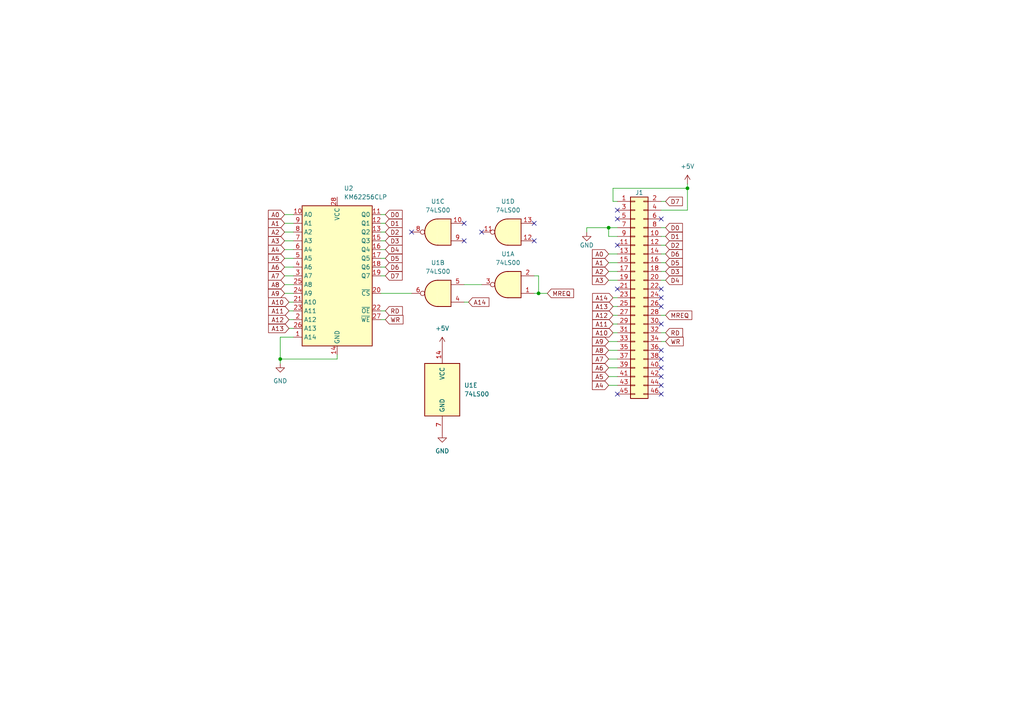
<source format=kicad_sch>
(kicad_sch (version 20230121) (generator eeschema)
  (paper "A4")
  (title_block (title "ZX80 ram expansion") (date "2023-12-18") (rev "1.0") (company "Eugene Chertikhin"))
  (lib_symbols
    (symbol "74xx:74LS00" (pin_names (offset 1.016))
      (property "Reference" "U" (at 0 1.27 0))
      (property "Value" "74LS00" (at 0 -1.27 0))
      (symbol "74LS00_1_1"
        (arc (start 0 -3.81) (mid 3.7934 0) (end 0 3.81) (stroke (width 0.254)) (fill (type background)))
        (polyline (pts (xy 0 3.81) (xy -3.81 3.81) (xy -3.81 -3.81) (xy 0 -3.81)) (stroke (width 0.254)) (fill (type background)))
        (pin input line (at -7.62 2.54 0) (length 3.81) (name "~") (number "1"))
        (pin input line (at -7.62 -2.54 0) (length 3.81) (name "~") (number "2"))
        (pin output inverted (at 7.62 0 180) (length 3.81) (name "~") (number "3"))
      )
      (symbol "74LS00_1_2"
        (arc (start -3.81 -3.81) (mid -2.589 0) (end -3.81 3.81) (stroke (width 0.254)))
        (arc (start -0.6096 -3.81) (mid 2.1842 -2.5851) (end 3.81 0) (stroke (width 0.254)) (fill (type background)))
        (polyline (pts (xy -3.81 -3.81) (xy -0.635 -3.81)) (stroke (width 0.254)) (fill (type background)))
        (polyline (pts (xy -3.81 3.81) (xy -0.635 3.81)) (stroke (width 0.254)) (fill (type background)))
        (polyline (pts (xy -0.635 3.81) (xy -3.81 3.81) (xy -3.81 3.81) (xy -3.556 3.4036) (xy -3.0226 2.2606) (xy -2.6924 1.0414) (xy -2.6162 -0.254) (xy -2.7686 -1.4986) (xy -3.175 -2.7178) (xy -3.81 -3.81) (xy -3.81 -3.81) (xy -0.635 -3.81)) (stroke (width -25.4)) (fill (type background)))
        (arc (start 3.81 0) (mid 2.1915 2.5936) (end -0.6096 3.81) (stroke (width 0.254)) (fill (type background)))
        (pin input inverted (at -7.62 2.54 0) (length 4.318) (name "~") (number "1"))
        (pin input inverted (at -7.62 -2.54 0) (length 4.318) (name "~") (number "2"))
        (pin output line (at 7.62 0 180) (length 3.81) (name "~") (number "3"))
      )
      (symbol "74LS00_2_1"
        (arc (start 0 -3.81) (mid 3.7934 0) (end 0 3.81) (stroke (width 0.254)) (fill (type background)))
        (polyline (pts (xy 0 3.81) (xy -3.81 3.81) (xy -3.81 -3.81) (xy 0 -3.81)) (stroke (width 0.254)) (fill (type background)))
        (pin input line (at -7.62 2.54 0) (length 3.81) (name "~") (number "4"))
        (pin input line (at -7.62 -2.54 0) (length 3.81) (name "~") (number "5"))
        (pin output inverted (at 7.62 0 180) (length 3.81) (name "~") (number "6"))
      )
      (symbol "74LS00_2_2"
        (arc (start -3.81 -3.81) (mid -2.589 0) (end -3.81 3.81) (stroke (width 0.254)))
        (arc (start -0.6096 -3.81) (mid 2.1842 -2.5851) (end 3.81 0) (stroke (width 0.254)) (fill (type background)))
        (polyline (pts (xy -3.81 -3.81) (xy -0.635 -3.81)) (stroke (width 0.254)) (fill (type background)))
        (polyline (pts (xy -3.81 3.81) (xy -0.635 3.81)) (stroke (width 0.254)) (fill (type background)))
        (polyline (pts (xy -0.635 3.81) (xy -3.81 3.81) (xy -3.81 3.81) (xy -3.556 3.4036) (xy -3.0226 2.2606) (xy -2.6924 1.0414) (xy -2.6162 -0.254) (xy -2.7686 -1.4986) (xy -3.175 -2.7178) (xy -3.81 -3.81) (xy -3.81 -3.81) (xy -0.635 -3.81)) (stroke (width -25.4)) (fill (type background)))
        (arc (start 3.81 0) (mid 2.1915 2.5936) (end -0.6096 3.81) (stroke (width 0.254)) (fill (type background)))
        (pin input inverted (at -7.62 2.54 0) (length 4.318) (name "~") (number "4"))
        (pin input inverted (at -7.62 -2.54 0) (length 4.318) (name "~") (number "5"))
        (pin output line (at 7.62 0 180) (length 3.81) (name "~") (number "6"))
      )
      (symbol "74LS00_3_1"
        (arc (start 0 -3.81) (mid 3.7934 0) (end 0 3.81) (stroke (width 0.254)) (fill (type background)))
        (polyline (pts (xy 0 3.81) (xy -3.81 3.81) (xy -3.81 -3.81) (xy 0 -3.81)) (stroke (width 0.254)) (fill (type background)))
        (pin input line (at -7.62 -2.54 0) (length 3.81) (name "~") (number "10"))
        (pin output inverted (at 7.62 0 180) (length 3.81) (name "~") (number "8"))
        (pin input line (at -7.62 2.54 0) (length 3.81) (name "~") (number "9"))
      )
      (symbol "74LS00_3_2"
        (arc (start -3.81 -3.81) (mid -2.589 0) (end -3.81 3.81) (stroke (width 0.254)))
        (arc (start -0.6096 -3.81) (mid 2.1842 -2.5851) (end 3.81 0) (stroke (width 0.254)) (fill (type background)))
        (polyline (pts (xy -3.81 -3.81) (xy -0.635 -3.81)) (stroke (width 0.254)) (fill (type background)))
        (polyline (pts (xy -3.81 3.81) (xy -0.635 3.81)) (stroke (width 0.254)) (fill (type background)))
        (polyline (pts (xy -0.635 3.81) (xy -3.81 3.81) (xy -3.81 3.81) (xy -3.556 3.4036) (xy -3.0226 2.2606) (xy -2.6924 1.0414) (xy -2.6162 -0.254) (xy -2.7686 -1.4986) (xy -3.175 -2.7178) (xy -3.81 -3.81) (xy -3.81 -3.81) (xy -0.635 -3.81)) (stroke (width -25.4)) (fill (type background)))
        (arc (start 3.81 0) (mid 2.1915 2.5936) (end -0.6096 3.81) (stroke (width 0.254)) (fill (type background)))
        (pin input inverted (at -7.62 -2.54 0) (length 4.318) (name "~") (number "10"))
        (pin output line (at 7.62 0 180) (length 3.81) (name "~") (number "8"))
        (pin input inverted (at -7.62 2.54 0) (length 4.318) (name "~") (number "9"))
      )
      (symbol "74LS00_4_1"
        (arc (start 0 -3.81) (mid 3.7934 0) (end 0 3.81) (stroke (width 0.254)) (fill (type background)))
        (polyline (pts (xy 0 3.81) (xy -3.81 3.81) (xy -3.81 -3.81) (xy 0 -3.81)) (stroke (width 0.254)) (fill (type background)))
        (pin output inverted (at 7.62 0 180) (length 3.81) (name "~") (number "11"))
        (pin input line (at -7.62 2.54 0) (length 3.81) (name "~") (number "12"))
        (pin input line (at -7.62 -2.54 0) (length 3.81) (name "~") (number "13"))
      )
      (symbol "74LS00_4_2"
        (arc (start -3.81 -3.81) (mid -2.589 0) (end -3.81 3.81) (stroke (width 0.254)))
        (arc (start -0.6096 -3.81) (mid 2.1842 -2.5851) (end 3.81 0) (stroke (width 0.254)) (fill (type background)))
        (polyline (pts (xy -3.81 -3.81) (xy -0.635 -3.81)) (stroke (width 0.254)) (fill (type background)))
        (polyline (pts (xy -3.81 3.81) (xy -0.635 3.81)) (stroke (width 0.254)) (fill (type background)))
        (polyline (pts (xy -0.635 3.81) (xy -3.81 3.81) (xy -3.81 3.81) (xy -3.556 3.4036) (xy -3.0226 2.2606) (xy -2.6924 1.0414) (xy -2.6162 -0.254) (xy -2.7686 -1.4986) (xy -3.175 -2.7178) (xy -3.81 -3.81) (xy -3.81 -3.81) (xy -0.635 -3.81)) (stroke (width -25.4)) (fill (type background)))
        (arc (start 3.81 0) (mid 2.1915 2.5936) (end -0.6096 3.81) (stroke (width 0.254)) (fill (type background)))
        (pin output line (at 7.62 0 180) (length 3.81) (name "~") (number "11"))
        (pin input inverted (at -7.62 2.54 0) (length 4.318) (name "~") (number "12"))
        (pin input inverted (at -7.62 -2.54 0) (length 4.318) (name "~") (number "13"))
      )
      (symbol "74LS00_5_0"
        (pin power_in line (at 0 12.7 270) (length 5.08) (name "VCC") (number "14"))
        (pin power_in line (at 0 -12.7 90) (length 5.08) (name "GND") (number "7"))
      )
      (symbol "74LS00_5_1"
        (rectangle (start -5.08 7.62) (end 5.08 -7.62) (stroke (width 0.254)) (fill (type background)))
      )
    )
    (symbol "Connector_Generic:Conn_02x23_Odd_Even" (pin_names (offset 1.016) hide)
      (property "Reference" "J" (at 1.27 30.48 0))
      (property "Value" "Conn_02x23_Odd_Even" (at 1.27 -30.48 0))
      (symbol "Conn_02x23_Odd_Even_1_1"
        (rectangle (start -1.27 -27.813) (end 0 -28.067) (stroke (width 0.1524)))
        (rectangle (start -1.27 -25.273) (end 0 -25.527) (stroke (width 0.1524)))
        (rectangle (start -1.27 -22.733) (end 0 -22.987) (stroke (width 0.1524)))
        (rectangle (start -1.27 -20.193) (end 0 -20.447) (stroke (width 0.1524)))
        (rectangle (start -1.27 -17.653) (end 0 -17.907) (stroke (width 0.1524)))
        (rectangle (start -1.27 -15.113) (end 0 -15.367) (stroke (width 0.1524)))
        (rectangle (start -1.27 -12.573) (end 0 -12.827) (stroke (width 0.1524)))
        (rectangle (start -1.27 -10.033) (end 0 -10.287) (stroke (width 0.1524)))
        (rectangle (start -1.27 -7.493) (end 0 -7.747) (stroke (width 0.1524)))
        (rectangle (start -1.27 -4.953) (end 0 -5.207) (stroke (width 0.1524)))
        (rectangle (start -1.27 -2.413) (end 0 -2.667) (stroke (width 0.1524)))
        (rectangle (start -1.27 0.127) (end 0 -0.127) (stroke (width 0.1524)))
        (rectangle (start -1.27 2.667) (end 0 2.413) (stroke (width 0.1524)))
        (rectangle (start -1.27 5.207) (end 0 4.953) (stroke (width 0.1524)))
        (rectangle (start -1.27 7.747) (end 0 7.493) (stroke (width 0.1524)))
        (rectangle (start -1.27 10.287) (end 0 10.033) (stroke (width 0.1524)))
        (rectangle (start -1.27 12.827) (end 0 12.573) (stroke (width 0.1524)))
        (rectangle (start -1.27 15.367) (end 0 15.113) (stroke (width 0.1524)))
        (rectangle (start -1.27 17.907) (end 0 17.653) (stroke (width 0.1524)))
        (rectangle (start -1.27 20.447) (end 0 20.193) (stroke (width 0.1524)))
        (rectangle (start -1.27 22.987) (end 0 22.733) (stroke (width 0.1524)))
        (rectangle (start -1.27 25.527) (end 0 25.273) (stroke (width 0.1524)))
        (rectangle (start -1.27 28.067) (end 0 27.813) (stroke (width 0.1524)))
        (rectangle (start -1.27 29.21) (end 3.81 -29.21) (stroke (width 0.254)) (fill (type background)))
        (rectangle (start 3.81 -27.813) (end 2.54 -28.067) (stroke (width 0.1524)))
        (rectangle (start 3.81 -25.273) (end 2.54 -25.527) (stroke (width 0.1524)))
        (rectangle (start 3.81 -22.733) (end 2.54 -22.987) (stroke (width 0.1524)))
        (rectangle (start 3.81 -20.193) (end 2.54 -20.447) (stroke (width 0.1524)))
        (rectangle (start 3.81 -17.653) (end 2.54 -17.907) (stroke (width 0.1524)))
        (rectangle (start 3.81 -15.113) (end 2.54 -15.367) (stroke (width 0.1524)))
        (rectangle (start 3.81 -12.573) (end 2.54 -12.827) (stroke (width 0.1524)))
        (rectangle (start 3.81 -10.033) (end 2.54 -10.287) (stroke (width 0.1524)))
        (rectangle (start 3.81 -7.493) (end 2.54 -7.747) (stroke (width 0.1524)))
        (rectangle (start 3.81 -4.953) (end 2.54 -5.207) (stroke (width 0.1524)))
        (rectangle (start 3.81 -2.413) (end 2.54 -2.667) (stroke (width 0.1524)))
        (rectangle (start 3.81 0.127) (end 2.54 -0.127) (stroke (width 0.1524)))
        (rectangle (start 3.81 2.667) (end 2.54 2.413) (stroke (width 0.1524)))
        (rectangle (start 3.81 5.207) (end 2.54 4.953) (stroke (width 0.1524)))
        (rectangle (start 3.81 7.747) (end 2.54 7.493) (stroke (width 0.1524)))
        (rectangle (start 3.81 10.287) (end 2.54 10.033) (stroke (width 0.1524)))
        (rectangle (start 3.81 12.827) (end 2.54 12.573) (stroke (width 0.1524)))
        (rectangle (start 3.81 15.367) (end 2.54 15.113) (stroke (width 0.1524)))
        (rectangle (start 3.81 17.907) (end 2.54 17.653) (stroke (width 0.1524)))
        (rectangle (start 3.81 20.447) (end 2.54 20.193) (stroke (width 0.1524)))
        (rectangle (start 3.81 22.987) (end 2.54 22.733) (stroke (width 0.1524)))
        (rectangle (start 3.81 25.527) (end 2.54 25.273) (stroke (width 0.1524)))
        (rectangle (start 3.81 28.067) (end 2.54 27.813) (stroke (width 0.1524)))
        (pin passive line (at -5.08 27.94 0) (length 3.81) (name "Pin_1") (number "1"))
        (pin passive line (at 7.62 17.78 180) (length 3.81) (name "Pin_10") (number "10"))
        (pin passive line (at -5.08 15.24 0) (length 3.81) (name "Pin_11") (number "11"))
        (pin passive line (at 7.62 15.24 180) (length 3.81) (name "Pin_12") (number "12"))
        (pin passive line (at -5.08 12.7 0) (length 3.81) (name "Pin_13") (number "13"))
        (pin passive line (at 7.62 12.7 180) (length 3.81) (name "Pin_14") (number "14"))
        (pin passive line (at -5.08 10.16 0) (length 3.81) (name "Pin_15") (number "15"))
        (pin passive line (at 7.62 10.16 180) (length 3.81) (name "Pin_16") (number "16"))
        (pin passive line (at -5.08 7.62 0) (length 3.81) (name "Pin_17") (number "17"))
        (pin passive line (at 7.62 7.62 180) (length 3.81) (name "Pin_18") (number "18"))
        (pin passive line (at -5.08 5.08 0) (length 3.81) (name "Pin_19") (number "19"))
        (pin passive line (at 7.62 27.94 180) (length 3.81) (name "Pin_2") (number "2"))
        (pin passive line (at 7.62 5.08 180) (length 3.81) (name "Pin_20") (number "20"))
        (pin passive line (at -5.08 2.54 0) (length 3.81) (name "Pin_21") (number "21"))
        (pin passive line (at 7.62 2.54 180) (length 3.81) (name "Pin_22") (number "22"))
        (pin passive line (at -5.08 0 0) (length 3.81) (name "Pin_23") (number "23"))
        (pin passive line (at 7.62 0 180) (length 3.81) (name "Pin_24") (number "24"))
        (pin passive line (at -5.08 -2.54 0) (length 3.81) (name "Pin_25") (number "25"))
        (pin passive line (at 7.62 -2.54 180) (length 3.81) (name "Pin_26") (number "26"))
        (pin passive line (at -5.08 -5.08 0) (length 3.81) (name "Pin_27") (number "27"))
        (pin passive line (at 7.62 -5.08 180) (length 3.81) (name "Pin_28") (number "28"))
        (pin passive line (at -5.08 -7.62 0) (length 3.81) (name "Pin_29") (number "29"))
        (pin passive line (at -5.08 25.4 0) (length 3.81) (name "Pin_3") (number "3"))
        (pin passive line (at 7.62 -7.62 180) (length 3.81) (name "Pin_30") (number "30"))
        (pin passive line (at -5.08 -10.16 0) (length 3.81) (name "Pin_31") (number "31"))
        (pin passive line (at 7.62 -10.16 180) (length 3.81) (name "Pin_32") (number "32"))
        (pin passive line (at -5.08 -12.7 0) (length 3.81) (name "Pin_33") (number "33"))
        (pin passive line (at 7.62 -12.7 180) (length 3.81) (name "Pin_34") (number "34"))
        (pin passive line (at -5.08 -15.24 0) (length 3.81) (name "Pin_35") (number "35"))
        (pin passive line (at 7.62 -15.24 180) (length 3.81) (name "Pin_36") (number "36"))
        (pin passive line (at -5.08 -17.78 0) (length 3.81) (name "Pin_37") (number "37"))
        (pin passive line (at 7.62 -17.78 180) (length 3.81) (name "Pin_38") (number "38"))
        (pin passive line (at -5.08 -20.32 0) (length 3.81) (name "Pin_39") (number "39"))
        (pin passive line (at 7.62 25.4 180) (length 3.81) (name "Pin_4") (number "4"))
        (pin passive line (at 7.62 -20.32 180) (length 3.81) (name "Pin_40") (number "40"))
        (pin passive line (at -5.08 -22.86 0) (length 3.81) (name "Pin_41") (number "41"))
        (pin passive line (at 7.62 -22.86 180) (length 3.81) (name "Pin_42") (number "42"))
        (pin passive line (at -5.08 -25.4 0) (length 3.81) (name "Pin_43") (number "43"))
        (pin passive line (at 7.62 -25.4 180) (length 3.81) (name "Pin_44") (number "44"))
        (pin passive line (at -5.08 -27.94 0) (length 3.81) (name "Pin_45") (number "45"))
        (pin passive line (at 7.62 -27.94 180) (length 3.81) (name "Pin_46") (number "46"))
        (pin passive line (at -5.08 22.86 0) (length 3.81) (name "Pin_5") (number "5"))
        (pin passive line (at 7.62 22.86 180) (length 3.81) (name "Pin_6") (number "6"))
        (pin passive line (at -5.08 20.32 0) (length 3.81) (name "Pin_7") (number "7"))
        (pin passive line (at 7.62 20.32 180) (length 3.81) (name "Pin_8") (number "8"))
        (pin passive line (at -5.08 17.78 0) (length 3.81) (name "Pin_9") (number "9"))
      )
    )
    (symbol "Memory_RAM:KM62256CLP"
      (property "Reference" "U" (at -10.16 20.955 0))
      (property "Value" "KM62256CLP" (at 2.54 20.955 0))
      (symbol "KM62256CLP_0_0"
        (pin power_in line (at 0 -22.86 90) (length 2.54) (name "GND") (number "14"))
        (pin power_in line (at 0 22.86 270) (length 2.54) (name "VCC") (number "28"))
      )
      (symbol "KM62256CLP_0_1"
        (rectangle (start -10.16 20.32) (end 10.16 -20.32) (stroke (width 0.254)) (fill (type background)))
      )
      (symbol "KM62256CLP_1_1"
        (pin input line (at -12.7 -17.78 0) (length 2.54) (name "A14") (number "1"))
        (pin input line (at -12.7 17.78 0) (length 2.54) (name "A0") (number "10"))
        (pin tri_state line (at 12.7 17.78 180) (length 2.54) (name "Q0") (number "11"))
        (pin tri_state line (at 12.7 15.24 180) (length 2.54) (name "Q1") (number "12"))
        (pin tri_state line (at 12.7 12.7 180) (length 2.54) (name "Q2") (number "13"))
        (pin tri_state line (at 12.7 10.16 180) (length 2.54) (name "Q3") (number "15"))
        (pin tri_state line (at 12.7 7.62 180) (length 2.54) (name "Q4") (number "16"))
        (pin tri_state line (at 12.7 5.08 180) (length 2.54) (name "Q5") (number "17"))
        (pin tri_state line (at 12.7 2.54 180) (length 2.54) (name "Q6") (number "18"))
        (pin tri_state line (at 12.7 0 180) (length 2.54) (name "Q7") (number "19"))
        (pin input line (at -12.7 -12.7 0) (length 2.54) (name "A12") (number "2"))
        (pin input line (at 12.7 -5.08 180) (length 2.54) (name "~{CS}") (number "20"))
        (pin input line (at -12.7 -7.62 0) (length 2.54) (name "A10") (number "21"))
        (pin input line (at 12.7 -10.16 180) (length 2.54) (name "~{OE}") (number "22"))
        (pin input line (at -12.7 -10.16 0) (length 2.54) (name "A11") (number "23"))
        (pin input line (at -12.7 -5.08 0) (length 2.54) (name "A9") (number "24"))
        (pin input line (at -12.7 -2.54 0) (length 2.54) (name "A8") (number "25"))
        (pin input line (at -12.7 -15.24 0) (length 2.54) (name "A13") (number "26"))
        (pin input line (at 12.7 -12.7 180) (length 2.54) (name "~{WE}") (number "27"))
        (pin input line (at -12.7 0 0) (length 2.54) (name "A7") (number "3"))
        (pin input line (at -12.7 2.54 0) (length 2.54) (name "A6") (number "4"))
        (pin input line (at -12.7 5.08 0) (length 2.54) (name "A5") (number "5"))
        (pin input line (at -12.7 7.62 0) (length 2.54) (name "A4") (number "6"))
        (pin input line (at -12.7 10.16 0) (length 2.54) (name "A3") (number "7"))
        (pin input line (at -12.7 12.7 0) (length 2.54) (name "A2") (number "8"))
        (pin input line (at -12.7 15.24 0) (length 2.54) (name "A1") (number "9"))
      )
    )
    (symbol "power:+5V" (power) (pin_names (offset 0))
      (property "Value" "+5V" (at 0 3.556 0))
      (symbol "+5V_0_1"
        (polyline (pts (xy -0.762 1.27) (xy 0 2.54)))
        (polyline (pts (xy 0 0) (xy 0 2.54)))
        (polyline (pts (xy 0 2.54) (xy 0.762 1.27)))
      )
      (symbol "+5V_1_1"
        (pin power_in line (at 0 0 90) (length 0) hide (name "+5V") (number "1"))
      )
    )
    (symbol "power:GND" (power) (pin_names (offset 0))
      (property "Value" "GND" (at 0 -3.81 0))
      (symbol "GND_0_1"
        (polyline (pts (xy 0 0) (xy 0 -1.27) (xy 1.27 -1.27) (xy 0 -2.54) (xy -1.27 -1.27) (xy 0 -1.27)))
      )
      (symbol "GND_1_1"
        (pin power_in line (at 0 0 270) (length 0) hide (name "GND") (number "1"))
      )
    )
  )
  (junction (at 176.53 66.04))
  (junction (at 156.21 85.09))
  (junction (at 81.28 104.14))
  (junction (at 199.39 54.61))
  (no_connect (at 179.07 71.12))
  (no_connect (at 179.07 83.82))
  (no_connect (at 191.77 101.6))
  (no_connect (at 191.77 63.5))
  (no_connect (at 179.07 63.5))
  (no_connect (at 134.62 69.85))
  (no_connect (at 134.62 64.77))
  (no_connect (at 191.77 106.68))
  (no_connect (at 191.77 88.9))
  (no_connect (at 154.94 69.85))
  (no_connect (at 179.07 114.3))
  (no_connect (at 191.77 104.14))
  (no_connect (at 191.77 93.98))
  (no_connect (at 119.38 67.31))
  (no_connect (at 191.77 83.82))
  (no_connect (at 191.77 111.76))
  (no_connect (at 179.07 60.96))
  (no_connect (at 154.94 64.77))
  (no_connect (at 191.77 109.22))
  (no_connect (at 191.77 114.3))
  (no_connect (at 139.7 67.31))
  (no_connect (at 191.77 86.36))
  (wire (pts (xy 135.89 87.63) (xy 134.62 87.63)))
  (wire (pts (xy 193.04 81.28) (xy 191.77 81.28)))
  (wire (pts (xy 177.8 93.98) (xy 179.07 93.98)))
  (wire (pts (xy 176.53 101.6) (xy 179.07 101.6)))
  (wire (pts (xy 81.28 97.79) (xy 85.09 97.79)))
  (wire (pts (xy 199.39 54.61) (xy 199.39 60.96)))
  (wire (pts (xy 110.49 69.85) (xy 111.76 69.85)))
  (wire (pts (xy 170.18 66.04) (xy 170.18 67.31)))
  (wire (pts (xy 83.82 90.17) (xy 85.09 90.17)))
  (wire (pts (xy 177.8 58.42) (xy 177.8 54.61)))
  (wire (pts (xy 199.39 53.34) (xy 199.39 54.61)))
  (wire (pts (xy 82.55 67.31) (xy 85.09 67.31)))
  (wire (pts (xy 154.94 85.09) (xy 156.21 85.09)))
  (wire (pts (xy 193.04 73.66) (xy 191.77 73.66)))
  (wire (pts (xy 111.76 92.71) (xy 110.49 92.71)))
  (wire (pts (xy 154.94 80.01) (xy 156.21 80.01)))
  (wire (pts (xy 110.49 62.23) (xy 111.76 62.23)))
  (wire (pts (xy 110.49 80.01) (xy 111.76 80.01)))
  (wire (pts (xy 193.04 66.04) (xy 191.77 66.04)))
  (wire (pts (xy 176.53 111.76) (xy 179.07 111.76)))
  (wire (pts (xy 82.55 85.09) (xy 85.09 85.09)))
  (wire (pts (xy 110.49 72.39) (xy 111.76 72.39)))
  (wire (pts (xy 83.82 87.63) (xy 85.09 87.63)))
  (wire (pts (xy 110.49 74.93) (xy 111.76 74.93)))
  (wire (pts (xy 82.55 80.01) (xy 85.09 80.01)))
  (wire (pts (xy 177.8 54.61) (xy 199.39 54.61)))
  (wire (pts (xy 82.55 62.23) (xy 85.09 62.23)))
  (wire (pts (xy 199.39 60.96) (xy 191.77 60.96)))
  (wire (pts (xy 193.04 68.58) (xy 191.77 68.58)))
  (wire (pts (xy 193.04 96.52) (xy 191.77 96.52)))
  (wire (pts (xy 177.8 96.52) (xy 179.07 96.52)))
  (wire (pts (xy 83.82 95.25) (xy 85.09 95.25)))
  (wire (pts (xy 176.53 68.58) (xy 176.53 66.04)))
  (wire (pts (xy 82.55 82.55) (xy 85.09 82.55)))
  (wire (pts (xy 177.8 88.9) (xy 179.07 88.9)))
  (wire (pts (xy 110.49 85.09) (xy 119.38 85.09)))
  (wire (pts (xy 193.04 99.06) (xy 191.77 99.06)))
  (wire (pts (xy 176.53 109.22) (xy 179.07 109.22)))
  (wire (pts (xy 176.53 106.68) (xy 179.07 106.68)))
  (wire (pts (xy 110.49 77.47) (xy 111.76 77.47)))
  (wire (pts (xy 193.04 71.12) (xy 191.77 71.12)))
  (wire (pts (xy 82.55 64.77) (xy 85.09 64.77)))
  (wire (pts (xy 110.49 64.77) (xy 111.76 64.77)))
  (wire (pts (xy 134.62 82.55) (xy 139.7 82.55)))
  (wire (pts (xy 176.53 81.28) (xy 179.07 81.28)))
  (wire (pts (xy 179.07 68.58) (xy 176.53 68.58)))
  (wire (pts (xy 82.55 77.47) (xy 85.09 77.47)))
  (wire (pts (xy 156.21 80.01) (xy 156.21 85.09)))
  (wire (pts (xy 176.53 99.06) (xy 179.07 99.06)))
  (wire (pts (xy 83.82 92.71) (xy 85.09 92.71)))
  (wire (pts (xy 177.8 86.36) (xy 179.07 86.36)))
  (wire (pts (xy 193.04 58.42) (xy 191.77 58.42)))
  (wire (pts (xy 156.21 85.09) (xy 158.75 85.09)))
  (wire (pts (xy 193.04 91.44) (xy 191.77 91.44)))
  (wire (pts (xy 193.04 78.74) (xy 191.77 78.74)))
  (wire (pts (xy 193.04 76.2) (xy 191.77 76.2)))
  (wire (pts (xy 97.79 104.14) (xy 97.79 102.87)))
  (wire (pts (xy 176.53 76.2) (xy 179.07 76.2)))
  (wire (pts (xy 176.53 66.04) (xy 170.18 66.04)))
  (wire (pts (xy 176.53 104.14) (xy 179.07 104.14)))
  (wire (pts (xy 82.55 72.39) (xy 85.09 72.39)))
  (wire (pts (xy 110.49 67.31) (xy 111.76 67.31)))
  (wire (pts (xy 176.53 78.74) (xy 179.07 78.74)))
  (wire (pts (xy 82.55 74.93) (xy 85.09 74.93)))
  (wire (pts (xy 81.28 105.41) (xy 81.28 104.14)))
  (wire (pts (xy 179.07 66.04) (xy 176.53 66.04)))
  (wire (pts (xy 179.07 58.42) (xy 177.8 58.42)))
  (wire (pts (xy 177.8 91.44) (xy 179.07 91.44)))
  (wire (pts (xy 81.28 104.14) (xy 97.79 104.14)))
  (wire (pts (xy 111.76 90.17) (xy 110.49 90.17)))
  (wire (pts (xy 176.53 73.66) (xy 179.07 73.66)))
  (wire (pts (xy 82.55 69.85) (xy 85.09 69.85)))
  (wire (pts (xy 81.28 97.79) (xy 81.28 104.14)))
  (global_label "A2" (shape input) (at 82.55 67.31 180) (property "Intersheetrefs" "${INTERSHEET_REFS}" (effects hide)))
  (global_label "D5" (shape input) (at 193.04 76.2 0) (property "Intersheetrefs" "${INTERSHEET_REFS}" (effects hide)))
  (global_label "A14" (shape input) (at 177.8 86.36 180) (property "Intersheetrefs" "${INTERSHEET_REFS}" (effects hide)))
  (global_label "A1" (shape input) (at 82.55 64.77 180) (property "Intersheetrefs" "${INTERSHEET_REFS}" (effects hide)))
  (global_label "D1" (shape input) (at 111.76 64.77 0) (property "Intersheetrefs" "${INTERSHEET_REFS}" (effects hide)))
  (global_label "A11" (shape input) (at 83.82 90.17 180) (property "Intersheetrefs" "${INTERSHEET_REFS}" (effects hide)))
  (global_label "A6" (shape input) (at 176.53 106.68 180) (property "Intersheetrefs" "${INTERSHEET_REFS}" (effects hide)))
  (global_label "D4" (shape input) (at 193.04 81.28 0) (property "Intersheetrefs" "${INTERSHEET_REFS}" (effects hide)))
  (global_label "D7" (shape input) (at 111.76 80.01 0) (property "Intersheetrefs" "${INTERSHEET_REFS}" (effects hide)))
  (global_label "A6" (shape input) (at 82.55 77.47 180) (property "Intersheetrefs" "${INTERSHEET_REFS}" (effects hide)))
  (global_label "D3" (shape input) (at 193.04 78.74 0) (property "Intersheetrefs" "${INTERSHEET_REFS}" (effects hide)))
  (global_label "A3" (shape input) (at 82.55 69.85 180) (property "Intersheetrefs" "${INTERSHEET_REFS}" (effects hide)))
  (global_label "A10" (shape input) (at 83.82 87.63 180) (property "Intersheetrefs" "${INTERSHEET_REFS}" (effects hide)))
  (global_label "A9" (shape input) (at 82.55 85.09 180) (property "Intersheetrefs" "${INTERSHEET_REFS}" (effects hide)))
  (global_label "A12" (shape input) (at 83.82 92.71 180) (property "Intersheetrefs" "${INTERSHEET_REFS}" (effects hide)))
  (global_label "A4" (shape input) (at 82.55 72.39 180) (property "Intersheetrefs" "${INTERSHEET_REFS}" (effects hide)))
  (global_label "D2" (shape input) (at 111.76 67.31 0) (property "Intersheetrefs" "${INTERSHEET_REFS}" (effects hide)))
  (global_label "A0" (shape input) (at 82.55 62.23 180) (property "Intersheetrefs" "${INTERSHEET_REFS}" (effects hide)))
  (global_label "A8" (shape input) (at 176.53 101.6 180) (property "Intersheetrefs" "${INTERSHEET_REFS}" (effects hide)))
  (global_label "WR" (shape input) (at 111.76 92.71 0) (property "Intersheetrefs" "${INTERSHEET_REFS}" (effects hide)))
  (global_label "WR" (shape input) (at 193.04 99.06 0) (property "Intersheetrefs" "${INTERSHEET_REFS}" (effects hide)))
  (global_label "RD" (shape input) (at 193.04 96.52 0) (property "Intersheetrefs" "${INTERSHEET_REFS}" (effects hide)))
  (global_label "D0" (shape input) (at 193.04 66.04 0) (property "Intersheetrefs" "${INTERSHEET_REFS}" (effects hide)))
  (global_label "A4" (shape input) (at 176.53 111.76 180) (property "Intersheetrefs" "${INTERSHEET_REFS}" (effects hide)))
  (global_label "A13" (shape input) (at 83.82 95.25 180) (property "Intersheetrefs" "${INTERSHEET_REFS}" (effects hide)))
  (global_label "D1" (shape input) (at 193.04 68.58 0) (property "Intersheetrefs" "${INTERSHEET_REFS}" (effects hide)))
  (global_label "A1" (shape input) (at 176.53 76.2 180) (property "Intersheetrefs" "${INTERSHEET_REFS}" (effects hide)))
  (global_label "MREQ" (shape input) (at 158.75 85.09 0) (property "Intersheetrefs" "${INTERSHEET_REFS}" (effects hide)))
  (global_label "D5" (shape input) (at 111.76 74.93 0) (property "Intersheetrefs" "${INTERSHEET_REFS}" (effects hide)))
  (global_label "A0" (shape input) (at 176.53 73.66 180) (property "Intersheetrefs" "${INTERSHEET_REFS}" (effects hide)))
  (global_label "RD" (shape input) (at 111.76 90.17 0) (property "Intersheetrefs" "${INTERSHEET_REFS}" (effects hide)))
  (global_label "A12" (shape input) (at 177.8 91.44 180) (property "Intersheetrefs" "${INTERSHEET_REFS}" (effects hide)))
  (global_label "A13" (shape input) (at 177.8 88.9 180) (property "Intersheetrefs" "${INTERSHEET_REFS}" (effects hide)))
  (global_label "A2" (shape input) (at 176.53 78.74 180) (property "Intersheetrefs" "${INTERSHEET_REFS}" (effects hide)))
  (global_label "D6" (shape input) (at 193.04 73.66 0) (property "Intersheetrefs" "${INTERSHEET_REFS}" (effects hide)))
  (global_label "A9" (shape input) (at 176.53 99.06 180) (property "Intersheetrefs" "${INTERSHEET_REFS}" (effects hide)))
  (global_label "A8" (shape input) (at 82.55 82.55 180) (property "Intersheetrefs" "${INTERSHEET_REFS}" (effects hide)))
  (global_label "A7" (shape input) (at 176.53 104.14 180) (property "Intersheetrefs" "${INTERSHEET_REFS}" (effects hide)))
  (global_label "A10" (shape input) (at 177.8 96.52 180) (property "Intersheetrefs" "${INTERSHEET_REFS}" (effects hide)))
  (global_label "A14" (shape input) (at 135.89 87.63 0) (property "Intersheetrefs" "${INTERSHEET_REFS}" (effects hide)))
  (global_label "A7" (shape input) (at 82.55 80.01 180) (property "Intersheetrefs" "${INTERSHEET_REFS}" (effects hide)))
  (global_label "D4" (shape input) (at 111.76 72.39 0) (property "Intersheetrefs" "${INTERSHEET_REFS}" (effects hide)))
  (global_label "D7" (shape input) (at 193.04 58.42 0) (property "Intersheetrefs" "${INTERSHEET_REFS}" (effects hide)))
  (global_label "MREQ" (shape input) (at 193.04 91.44 0) (property "Intersheetrefs" "${INTERSHEET_REFS}" (effects hide)))
  (global_label "A11" (shape input) (at 177.8 93.98 180) (property "Intersheetrefs" "${INTERSHEET_REFS}" (effects hide)))
  (global_label "D0" (shape input) (at 111.76 62.23 0) (property "Intersheetrefs" "${INTERSHEET_REFS}" (effects hide)))
  (global_label "A5" (shape input) (at 176.53 109.22 180) (property "Intersheetrefs" "${INTERSHEET_REFS}" (effects hide)))
  (global_label "A3" (shape input) (at 176.53 81.28 180) (property "Intersheetrefs" "${INTERSHEET_REFS}" (effects hide)))
  (global_label "D6" (shape input) (at 111.76 77.47 0) (property "Intersheetrefs" "${INTERSHEET_REFS}" (effects hide)))
  (global_label "D3" (shape input) (at 111.76 69.85 0) (property "Intersheetrefs" "${INTERSHEET_REFS}" (effects hide)))
  (global_label "D2" (shape input) (at 193.04 71.12 0) (property "Intersheetrefs" "${INTERSHEET_REFS}" (effects hide)))
  (global_label "A5" (shape input) (at 82.55 74.93 180) (property "Intersheetrefs" "${INTERSHEET_REFS}" (effects hide)))
  (symbol (lib_id "74xx:74LS00") (at 147.32 82.55 180) (unit 1)
    (property "Reference" "U1" (at 147.3283 73.66 0))
    (property "Value" "74LS00" (at 147.3283 76.2 0))
    (property "Footprint" "Package_DIP:DIP-14_W7.62mm_LongPads" (effects hide))
    (property "Datasheet" "http://www.ti.com/lit/gpn/sn74ls00" (effects hide))
  )
  (symbol (lib_id "power:GND") (at 170.18 67.31 0) (unit 1)
    (property "Reference" "#PWR03" (effects hide))
    (property "Value" "GND" (at 170.18 71.12 0))
  )
  (symbol (lib_id "Memory_RAM:KM62256CLP") (at 97.79 80.01 0) (unit 1)
    (property "Reference" "U2" (at 99.7459 54.61 0) (effects (justify left)))
    (property "Value" "KM62256CLP" (at 99.7459 57.15 0) (effects (justify left)))
    (property "Footprint" "Package_DIP:DIP-28_W15.24mm" (effects hide))
    (property "Datasheet" "https://www.futurlec.com/Datasheet/Memory/62256.pdf" (effects hide))
  )
  (symbol (lib_id "power:GND") (at 81.28 105.41 0) (unit 1)
    (property "Reference" "#PWR01" (effects hide))
    (property "Value" "GND" (at 81.28 110.49 0))
  )
  (symbol (lib_id "power:+5V") (at 199.39 53.34 0) (unit 1)
    (property "Reference" "#PWR02" (effects hide))
    (property "Value" "+5V" (at 199.39 48.26 0))
  )
  (symbol (lib_id "74xx:74LS00") (at 128.27 113.03 0) (unit 5)
    (property "Reference" "U1" (at 134.62 111.76 0) (effects (justify left)))
    (property "Value" "74LS00" (at 134.62 114.3 0) (effects (justify left)))
    (property "Datasheet" "http://www.ti.com/lit/gpn/sn74ls00" (effects hide))
  )
  (symbol (lib_id "74xx:74LS00") (at 147.32 67.31 180) (unit 4)
    (property "Reference" "U1" (at 147.3283 58.42 0))
    (property "Value" "74LS00" (at 147.3283 60.96 0))
    (property "Datasheet" "http://www.ti.com/lit/gpn/sn74ls00" (effects hide))
  )
  (symbol (lib_id "74xx:74LS00") (at 127 67.31 180) (unit 3)
    (property "Reference" "U1" (at 127.0083 58.42 0))
    (property "Value" "74LS00" (at 127.0083 60.96 0))
    (property "Datasheet" "http://www.ti.com/lit/gpn/sn74ls00" (effects hide))
  )
  (symbol (lib_id "Connector_Generic:Conn_02x23_Odd_Even") (at 184.15 86.36 0) (unit 1)
    (property "Reference" "J1" (at 185.42 55.88 0))
    (property "Value" "Conn_02x23_Odd_Even" (effects hide))
    (property "Footprint" "Connector_PinHeader_2.54mm:PinHeader_2x23_P2.54mm_Vertical" (effects hide))
  )
  (symbol (lib_id "power:GND") (at 128.27 125.73 0) (unit 1)
    (property "Reference" "#PWR05" (effects hide))
    (property "Value" "GND" (at 128.27 130.81 0))
  )
  (symbol (lib_id "74xx:74LS00") (at 127 85.09 180) (unit 2)
    (property "Reference" "U1" (at 127.0083 76.2 0))
    (property "Value" "74LS00" (at 127.0083 78.74 0))
    (property "Footprint" "Package_DIP:DIP-14_W7.62mm_LongPads" (effects hide))
    (property "Datasheet" "http://www.ti.com/lit/gpn/sn74ls00" (effects hide))
  )
  (symbol (lib_id "power:+5V") (at 128.27 100.33 0) (unit 1)
    (property "Reference" "#PWR04" (effects hide))
    (property "Value" "+5V" (at 128.27 95.25 0))
  )
)
</source>
